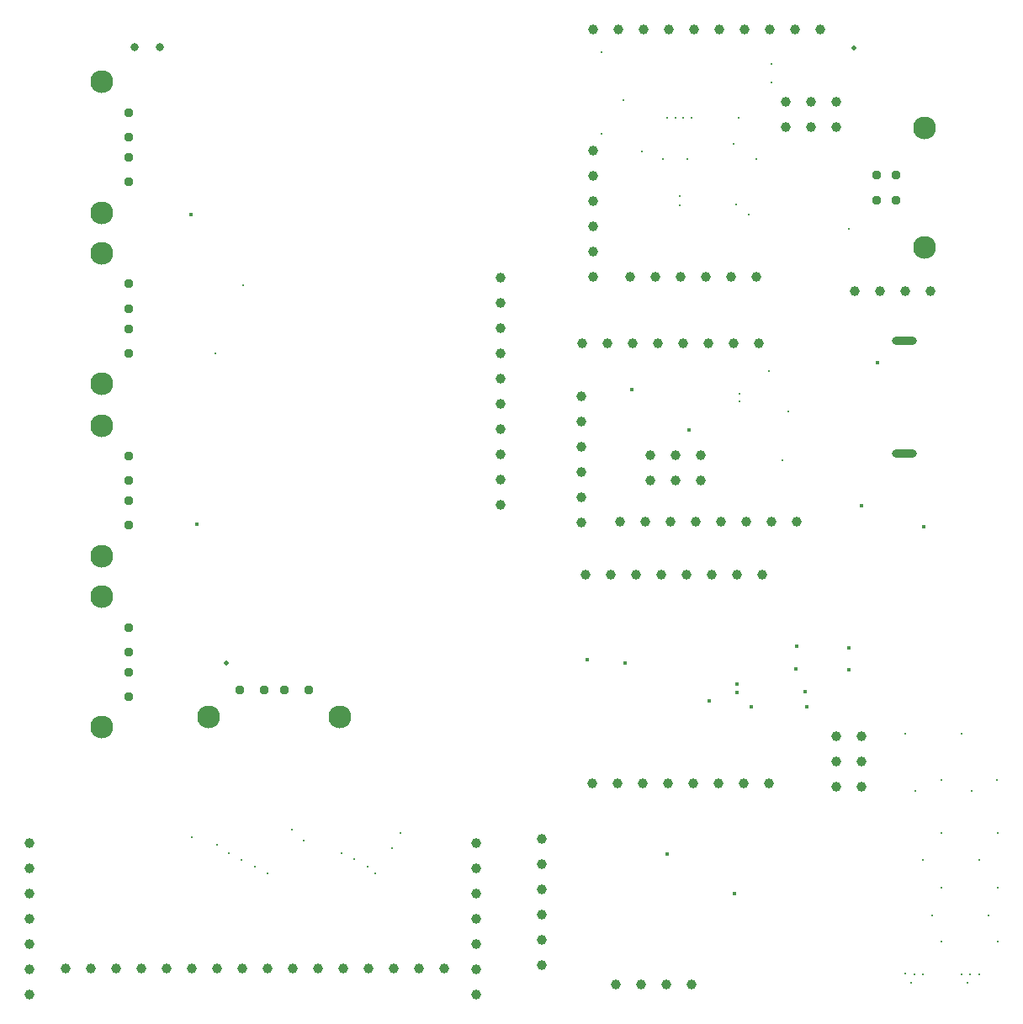
<source format=gbr>
%TF.GenerationSoftware,KiCad,Pcbnew,(6.0.5)*%
%TF.CreationDate,2023-06-16T09:56:32+03:00*%
%TF.ProjectId,JLC1,4a4c4331-2e6b-4696-9361-645f70636258,rev?*%
%TF.SameCoordinates,Original*%
%TF.FileFunction,Plated,1,2,PTH,Mixed*%
%TF.FilePolarity,Positive*%
%FSLAX46Y46*%
G04 Gerber Fmt 4.6, Leading zero omitted, Abs format (unit mm)*
G04 Created by KiCad (PCBNEW (6.0.5)) date 2023-06-16 09:56:32*
%MOMM*%
%LPD*%
G01*
G04 APERTURE LIST*
%TA.AperFunction,ViaDrill*%
%ADD10C,0.200000*%
%TD*%
%TA.AperFunction,ViaDrill*%
%ADD11C,0.300000*%
%TD*%
%TA.AperFunction,ViaDrill*%
%ADD12C,0.400000*%
%TD*%
%TA.AperFunction,ViaDrill*%
%ADD13C,0.500000*%
%TD*%
%TA.AperFunction,ComponentDrill*%
%ADD14C,0.800000*%
%TD*%
G04 aperture for slot hole*
%TA.AperFunction,ComponentDrill*%
%ADD15O,2.500000X0.900000*%
%TD*%
%TA.AperFunction,ComponentDrill*%
%ADD16C,0.950000*%
%TD*%
%TA.AperFunction,ComponentDrill*%
%ADD17C,1.000000*%
%TD*%
%TA.AperFunction,ComponentDrill*%
%ADD18C,2.300000*%
%TD*%
G04 APERTURE END LIST*
D10*
X165975000Y-110820000D03*
X171625000Y-110832500D03*
D11*
X93100000Y-115445000D03*
X95455000Y-66760000D03*
X95650000Y-116220000D03*
X96875000Y-117045000D03*
X98150000Y-117745000D03*
X98285000Y-59900000D03*
X99450000Y-118445000D03*
X100700000Y-119145000D03*
X103200000Y-114695000D03*
X104400000Y-115795000D03*
X108200000Y-117045000D03*
X109482500Y-117702500D03*
X110775000Y-118445000D03*
X111600000Y-119145000D03*
X113300000Y-116570000D03*
X114125000Y-115020000D03*
X134318450Y-36511550D03*
X134318450Y-44646550D03*
X136533450Y-41311550D03*
X138424450Y-46466050D03*
X140508450Y-47236550D03*
X140933450Y-43116550D03*
X141783450Y-43111550D03*
X142258450Y-50936550D03*
X142258450Y-51861550D03*
X142583450Y-43111550D03*
X142958450Y-47211550D03*
X143383450Y-43086550D03*
X147618450Y-45701550D03*
X147908450Y-51786550D03*
X148152650Y-43113250D03*
X148225000Y-70845000D03*
X148225000Y-71645000D03*
X149177450Y-52841050D03*
X149905250Y-47253450D03*
X151175000Y-68545000D03*
X151468450Y-37661550D03*
X151468450Y-39536550D03*
X152525000Y-77545000D03*
X153125000Y-72595000D03*
X159252450Y-54241050D03*
X164900000Y-105070000D03*
X164925000Y-129220000D03*
X165500000Y-130145000D03*
X165825000Y-129245000D03*
X166725000Y-117745000D03*
X166725000Y-129270000D03*
X167650000Y-123320000D03*
X168525000Y-109695000D03*
X168550000Y-115020000D03*
X168550000Y-120520000D03*
X168550000Y-125995000D03*
X170550000Y-105082500D03*
X170575000Y-129232500D03*
X171150000Y-130157500D03*
X171475000Y-129257500D03*
X172375000Y-117757500D03*
X172375000Y-129282500D03*
X173300000Y-123332500D03*
X174175000Y-109707500D03*
X174200000Y-115032500D03*
X174200000Y-120532500D03*
X174200000Y-126007500D03*
D12*
X93000000Y-52837500D03*
X93600000Y-84000000D03*
X132890000Y-97580000D03*
X136690000Y-97955000D03*
X137425000Y-70445000D03*
X140977500Y-117130000D03*
X143125000Y-74495000D03*
X145190000Y-101730000D03*
X147752500Y-121155000D03*
X147990000Y-100080000D03*
X147990000Y-100880000D03*
X149440000Y-102330000D03*
X153940000Y-98530000D03*
X153990000Y-96230000D03*
X154840000Y-100830000D03*
X155040000Y-102330000D03*
X159215000Y-96380000D03*
X159215000Y-98655000D03*
X160475000Y-82095000D03*
X162125000Y-67695000D03*
X166775000Y-84245000D03*
D13*
X96600000Y-97950000D03*
X159718450Y-36086550D03*
D14*
%TO.C,22pF*%
X87400000Y-35950000D03*
X89900000Y-35950000D03*
D15*
%TO.C,USB_0*%
X164875000Y-65495000D03*
X164875000Y-76895000D03*
D16*
%TO.C,USB1*%
X86735000Y-94345000D03*
X86735000Y-96845000D03*
X86735000Y-98845000D03*
X86735000Y-101345000D03*
%TO.C,USB2*%
X86760000Y-77095000D03*
X86760000Y-79595000D03*
X86760000Y-81595000D03*
X86760000Y-84095000D03*
%TO.C,USB3*%
X86785000Y-59800000D03*
X86785000Y-62300000D03*
X86785000Y-64300000D03*
X86785000Y-66800000D03*
%TO.C,USB4*%
X86810000Y-42550000D03*
X86810000Y-45050000D03*
X86810000Y-47050000D03*
X86810000Y-49550000D03*
%TO.C,USB_0*%
X97925000Y-100615000D03*
X100425000Y-100615000D03*
X102425000Y-100615000D03*
X104925000Y-100615000D03*
%TO.C,USB*%
X162008450Y-48861550D03*
X162008450Y-51361550D03*
X164008450Y-48861550D03*
X164008450Y-51361550D03*
D17*
%TO.C,REF\u002A\u002A*%
X76770000Y-116056900D03*
X76770000Y-118596900D03*
X76770000Y-121136900D03*
X76770000Y-123676900D03*
X76770000Y-126216900D03*
X76770000Y-128756900D03*
X76770000Y-131296900D03*
X80435872Y-128656900D03*
X82975872Y-128656900D03*
X85515872Y-128656900D03*
X88055872Y-128656900D03*
X90595872Y-128656900D03*
X93135872Y-128656900D03*
X95675872Y-128656900D03*
X98215872Y-128656900D03*
X100735872Y-128656900D03*
X103275872Y-128656900D03*
X105815872Y-128656900D03*
X108355872Y-128656900D03*
X110895872Y-128656900D03*
X113435872Y-128656900D03*
X115975872Y-128656900D03*
X118515872Y-128656900D03*
X121750000Y-116070000D03*
X121750000Y-118610000D03*
X121750000Y-121150000D03*
X121750000Y-123690000D03*
X121750000Y-126230000D03*
X121750000Y-128770000D03*
X121750000Y-131310000D03*
X124191250Y-59185000D03*
X124191250Y-61725000D03*
X124191250Y-64265000D03*
X124191250Y-66805000D03*
X124191250Y-69345000D03*
X124191250Y-71885000D03*
X124191250Y-74425000D03*
X124191250Y-76965000D03*
X124191250Y-79505000D03*
X124191250Y-82045000D03*
X128302500Y-115670000D03*
X128302500Y-118210000D03*
X128302500Y-120750000D03*
X128302500Y-123290000D03*
X128302500Y-125830000D03*
X128302500Y-128370000D03*
X132325000Y-71070000D03*
X132325000Y-73610000D03*
X132325000Y-76150000D03*
X132325000Y-78690000D03*
X132325000Y-81230000D03*
X132325000Y-83770000D03*
X132370000Y-65745000D03*
X132710000Y-89080000D03*
X133460000Y-110030000D03*
X133478450Y-34161550D03*
X133533450Y-46386550D03*
X133533450Y-48926550D03*
X133533450Y-51466550D03*
X133533450Y-54006550D03*
X133533450Y-56546550D03*
X133533450Y-59086550D03*
X134910000Y-65745000D03*
X135250000Y-89080000D03*
X135760000Y-130255000D03*
X136000000Y-110030000D03*
X136018450Y-34161550D03*
X136245000Y-83745000D03*
X137239850Y-59041050D03*
X137450000Y-65745000D03*
X137790000Y-89080000D03*
X138300000Y-130255000D03*
X138540000Y-110030000D03*
X138558450Y-34161550D03*
X138785000Y-83745000D03*
X139295000Y-77045000D03*
X139295000Y-79585000D03*
X139779850Y-59041050D03*
X139990000Y-65745000D03*
X140330000Y-89080000D03*
X140840000Y-130255000D03*
X141080000Y-110030000D03*
X141098450Y-34161550D03*
X141325000Y-83745000D03*
X141835000Y-77045000D03*
X141835000Y-79585000D03*
X142319850Y-59041050D03*
X142530000Y-65745000D03*
X142870000Y-89080000D03*
X143380000Y-130255000D03*
X143620000Y-110030000D03*
X143638450Y-34161550D03*
X143865000Y-83745000D03*
X144375000Y-77045000D03*
X144375000Y-79585000D03*
X144859850Y-59041050D03*
X145070000Y-65745000D03*
X145410000Y-89080000D03*
X146160000Y-110030000D03*
X146178450Y-34161550D03*
X146405000Y-83745000D03*
X147399850Y-59041050D03*
X147610000Y-65745000D03*
X147950000Y-89080000D03*
X148700000Y-110030000D03*
X148718450Y-34161550D03*
X148945000Y-83745000D03*
X149939850Y-59041050D03*
X150150000Y-65745000D03*
X150490000Y-89080000D03*
X151240000Y-110030000D03*
X151258450Y-34161550D03*
X151485000Y-83745000D03*
X152927450Y-41476050D03*
X152927450Y-44016050D03*
%TO.C,-BAT+*%
X153818450Y-34161550D03*
%TO.C,REF\u002A\u002A*%
X154025000Y-83745000D03*
X155467450Y-41476050D03*
X155467450Y-44016050D03*
%TO.C,-BAT+*%
X156358450Y-34161550D03*
%TO.C,REF\u002A\u002A*%
X157940000Y-105305000D03*
X157940000Y-107845000D03*
X157940000Y-110385000D03*
X158007450Y-41476050D03*
X158007450Y-44016050D03*
X159873450Y-60511550D03*
X160480000Y-105305000D03*
X160480000Y-107845000D03*
X160480000Y-110385000D03*
X162413450Y-60511550D03*
X164953450Y-60511550D03*
X167493450Y-60511550D03*
D18*
%TO.C,USB1*%
X84025000Y-91275000D03*
X84025000Y-104415000D03*
%TO.C,USB2*%
X84050000Y-74025000D03*
X84050000Y-87165000D03*
%TO.C,USB3*%
X84075000Y-56730000D03*
X84075000Y-69870000D03*
%TO.C,USB4*%
X84100000Y-39480000D03*
X84100000Y-52620000D03*
%TO.C,USB_0*%
X94855000Y-103325000D03*
X107995000Y-103325000D03*
%TO.C,USB*%
X166868450Y-44111550D03*
X166868450Y-56111550D03*
M02*

</source>
